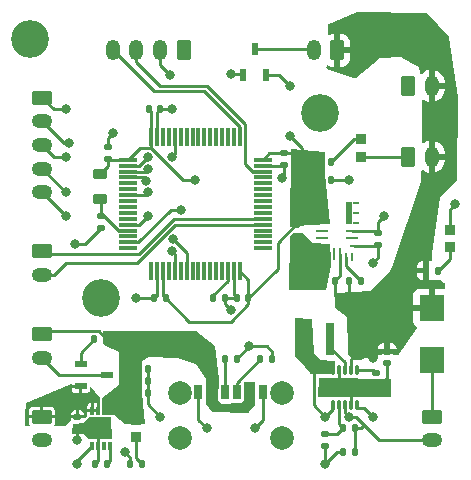
<source format=gbr>
%TF.GenerationSoftware,KiCad,Pcbnew,(7.0.0)*%
%TF.CreationDate,2023-09-18T04:22:57-04:00*%
%TF.ProjectId,Rangefinder,52616e67-6566-4696-9e64-65722e6b6963,rev?*%
%TF.SameCoordinates,Original*%
%TF.FileFunction,Copper,L1,Top*%
%TF.FilePolarity,Positive*%
%FSLAX46Y46*%
G04 Gerber Fmt 4.6, Leading zero omitted, Abs format (unit mm)*
G04 Created by KiCad (PCBNEW (7.0.0)) date 2023-09-18 04:22:57*
%MOMM*%
%LPD*%
G01*
G04 APERTURE LIST*
G04 Aperture macros list*
%AMRoundRect*
0 Rectangle with rounded corners*
0 $1 Rounding radius*
0 $2 $3 $4 $5 $6 $7 $8 $9 X,Y pos of 4 corners*
0 Add a 4 corners polygon primitive as box body*
4,1,4,$2,$3,$4,$5,$6,$7,$8,$9,$2,$3,0*
0 Add four circle primitives for the rounded corners*
1,1,$1+$1,$2,$3*
1,1,$1+$1,$4,$5*
1,1,$1+$1,$6,$7*
1,1,$1+$1,$8,$9*
0 Add four rect primitives between the rounded corners*
20,1,$1+$1,$2,$3,$4,$5,0*
20,1,$1+$1,$4,$5,$6,$7,0*
20,1,$1+$1,$6,$7,$8,$9,0*
20,1,$1+$1,$8,$9,$2,$3,0*%
G04 Aperture macros list end*
%TA.AperFunction,SMDPad,CuDef*%
%ADD10RoundRect,0.140000X-0.140000X-0.170000X0.140000X-0.170000X0.140000X0.170000X-0.140000X0.170000X0*%
%TD*%
%TA.AperFunction,SMDPad,CuDef*%
%ADD11R,0.600000X1.050000*%
%TD*%
%TA.AperFunction,SMDPad,CuDef*%
%ADD12RoundRect,0.135000X-0.135000X-0.185000X0.135000X-0.185000X0.135000X0.185000X-0.135000X0.185000X0*%
%TD*%
%TA.AperFunction,ComponentPad*%
%ADD13RoundRect,0.250000X0.350000X0.625000X-0.350000X0.625000X-0.350000X-0.625000X0.350000X-0.625000X0*%
%TD*%
%TA.AperFunction,ComponentPad*%
%ADD14O,1.200000X1.750000*%
%TD*%
%TA.AperFunction,SMDPad,CuDef*%
%ADD15RoundRect,0.135000X0.185000X-0.135000X0.185000X0.135000X-0.185000X0.135000X-0.185000X-0.135000X0*%
%TD*%
%TA.AperFunction,SMDPad,CuDef*%
%ADD16RoundRect,0.140000X0.170000X-0.140000X0.170000X0.140000X-0.170000X0.140000X-0.170000X-0.140000X0*%
%TD*%
%TA.AperFunction,SMDPad,CuDef*%
%ADD17R,0.300000X0.750000*%
%TD*%
%TA.AperFunction,SMDPad,CuDef*%
%ADD18R,1.750000X1.900000*%
%TD*%
%TA.AperFunction,SMDPad,CuDef*%
%ADD19RoundRect,0.140000X0.140000X0.170000X-0.140000X0.170000X-0.140000X-0.170000X0.140000X-0.170000X0*%
%TD*%
%TA.AperFunction,SMDPad,CuDef*%
%ADD20RoundRect,0.135000X0.135000X0.185000X-0.135000X0.185000X-0.135000X-0.185000X0.135000X-0.185000X0*%
%TD*%
%TA.AperFunction,SMDPad,CuDef*%
%ADD21R,2.150000X2.200000*%
%TD*%
%TA.AperFunction,SMDPad,CuDef*%
%ADD22RoundRect,0.140000X-0.170000X0.140000X-0.170000X-0.140000X0.170000X-0.140000X0.170000X0.140000X0*%
%TD*%
%TA.AperFunction,SMDPad,CuDef*%
%ADD23RoundRect,0.075000X-0.700000X-0.075000X0.700000X-0.075000X0.700000X0.075000X-0.700000X0.075000X0*%
%TD*%
%TA.AperFunction,SMDPad,CuDef*%
%ADD24RoundRect,0.075000X-0.075000X-0.700000X0.075000X-0.700000X0.075000X0.700000X-0.075000X0.700000X0*%
%TD*%
%TA.AperFunction,ComponentPad*%
%ADD25RoundRect,0.250000X-0.350000X-0.625000X0.350000X-0.625000X0.350000X0.625000X-0.350000X0.625000X0*%
%TD*%
%TA.AperFunction,ComponentPad*%
%ADD26RoundRect,0.250000X-0.625000X0.350000X-0.625000X-0.350000X0.625000X-0.350000X0.625000X0.350000X0*%
%TD*%
%TA.AperFunction,ComponentPad*%
%ADD27O,1.750000X1.200000*%
%TD*%
%TA.AperFunction,SMDPad,CuDef*%
%ADD28R,0.700000X1.200000*%
%TD*%
%TA.AperFunction,SMDPad,CuDef*%
%ADD29R,0.760000X1.200000*%
%TD*%
%TA.AperFunction,SMDPad,CuDef*%
%ADD30R,0.800000X1.200000*%
%TD*%
%TA.AperFunction,ComponentPad*%
%ADD31C,2.010000*%
%TD*%
%TA.AperFunction,SMDPad,CuDef*%
%ADD32R,1.050000X0.600000*%
%TD*%
%TA.AperFunction,SMDPad,CuDef*%
%ADD33R,0.950000X0.900000*%
%TD*%
%TA.AperFunction,SMDPad,CuDef*%
%ADD34R,0.800000X2.700000*%
%TD*%
%TA.AperFunction,SMDPad,CuDef*%
%ADD35R,0.280000X0.280000*%
%TD*%
%TA.AperFunction,SMDPad,CuDef*%
%ADD36O,0.280000X0.850000*%
%TD*%
%TA.AperFunction,ComponentPad*%
%ADD37C,0.600000*%
%TD*%
%TA.AperFunction,SMDPad,CuDef*%
%ADD38R,1.050000X0.680000*%
%TD*%
%TA.AperFunction,SMDPad,CuDef*%
%ADD39R,0.500000X0.260000*%
%TD*%
%TA.AperFunction,SMDPad,CuDef*%
%ADD40R,0.700000X0.280000*%
%TD*%
%TA.AperFunction,SMDPad,CuDef*%
%ADD41R,2.400000X1.650000*%
%TD*%
%TA.AperFunction,SMDPad,CuDef*%
%ADD42RoundRect,0.218750X-0.381250X0.218750X-0.381250X-0.218750X0.381250X-0.218750X0.381250X0.218750X0*%
%TD*%
%TA.AperFunction,SMDPad,CuDef*%
%ADD43RoundRect,0.135000X-0.185000X0.135000X-0.185000X-0.135000X0.185000X-0.135000X0.185000X0.135000X0*%
%TD*%
%TA.AperFunction,SMDPad,CuDef*%
%ADD44R,0.800000X0.250000*%
%TD*%
%TA.AperFunction,SMDPad,CuDef*%
%ADD45R,1.100000X0.250000*%
%TD*%
%TA.AperFunction,SMDPad,CuDef*%
%ADD46R,0.500000X0.250000*%
%TD*%
%TA.AperFunction,SMDPad,CuDef*%
%ADD47R,0.250000X0.700000*%
%TD*%
%TA.AperFunction,SMDPad,CuDef*%
%ADD48R,0.250000X1.100000*%
%TD*%
%TA.AperFunction,SMDPad,CuDef*%
%ADD49R,0.600000X1.950000*%
%TD*%
%TA.AperFunction,ViaPad*%
%ADD50C,0.800000*%
%TD*%
%TA.AperFunction,ViaPad*%
%ADD51C,3.200000*%
%TD*%
%TA.AperFunction,Conductor*%
%ADD52C,0.250000*%
%TD*%
G04 APERTURE END LIST*
D10*
%TO.P,C5,1*%
%TO.N,GND*%
X143520000Y-115000000D03*
%TO.P,C5,2*%
%TO.N,3.3V_Board*%
X144480000Y-115000000D03*
%TD*%
D11*
%TO.P,Q1,1*%
%TO.N,/Processor/PA1_LASER_SWITCH*%
X151049999Y-96099999D03*
%TO.P,Q1,2*%
%TO.N,GND*%
X152949999Y-96099999D03*
%TO.P,Q1,3*%
%TO.N,Net-(J5-Pin_2)*%
X151999999Y-93899999D03*
%TD*%
D12*
%TO.P,R1,1*%
%TO.N,Net-(J1-CC1)*%
X149463157Y-120153463D03*
%TO.P,R1,2*%
%TO.N,GND*%
X150483157Y-120153463D03*
%TD*%
D13*
%TO.P,J5,1,Pin_1*%
%TO.N,5V_Board*%
X159000000Y-94000000D03*
D14*
%TO.P,J5,2,Pin_2*%
%TO.N,Net-(J5-Pin_2)*%
X156999999Y-93999999D03*
%TD*%
D15*
%TO.P,R9,1*%
%TO.N,Net-(IC2-FB)*%
X162470505Y-110494308D03*
%TO.P,R9,2*%
%TO.N,GND*%
X162470505Y-109474308D03*
%TD*%
D16*
%TO.P,C2,1*%
%TO.N,3.3V_Board*%
X139595765Y-103170126D03*
%TO.P,C2,2*%
%TO.N,GND*%
X139595765Y-102210126D03*
%TD*%
%TO.P,C3,1*%
%TO.N,GND*%
X154508097Y-103685388D03*
%TO.P,C3,2*%
%TO.N,3.3V_Board*%
X154508097Y-102725388D03*
%TD*%
D17*
%TO.P,IC1,1,VDD_1*%
%TO.N,5V_USB*%
X139749999Y-124499999D03*
%TO.P,IC1,2,VDD_2*%
X139249999Y-124499999D03*
%TO.P,IC1,3,VBAT_1*%
%TO.N,Net-(IC1-VBAT_1)*%
X138749999Y-124499999D03*
%TO.P,IC1,4,VBAT_2*%
X138249999Y-124499999D03*
%TO.P,IC1,5,STAT*%
%TO.N,Net-(IC1-STAT)*%
X138249999Y-127499999D03*
%TO.P,IC1,6,VSS*%
%TO.N,GND*%
X138749999Y-127499999D03*
%TO.P,IC1,7,NC*%
%TO.N,unconnected-(IC1-NC-Pad7)*%
X139249999Y-127499999D03*
%TO.P,IC1,8,PROG*%
%TO.N,Net-(IC1-PROG)*%
X139749999Y-127499999D03*
D18*
%TO.P,IC1,9,EP*%
%TO.N,GND*%
X138999999Y-125999999D03*
%TD*%
D19*
%TO.P,C9,1*%
%TO.N,GND*%
X142960000Y-123000000D03*
%TO.P,C9,2*%
%TO.N,5V_USB*%
X142000000Y-123000000D03*
%TD*%
D12*
%TO.P,R2,1*%
%TO.N,Net-(J1-CC2)*%
X152490000Y-120146374D03*
%TO.P,R2,2*%
%TO.N,GND*%
X153510000Y-120146374D03*
%TD*%
D20*
%TO.P,R11,1*%
%TO.N,Net-(IC2-EN)*%
X160979636Y-113478667D03*
%TO.P,R11,2*%
%TO.N,5V_Board*%
X159959636Y-113478667D03*
%TD*%
D19*
%TO.P,C10,1*%
%TO.N,Net-(J9-Pin_2)*%
X160490000Y-128000000D03*
%TO.P,C10,2*%
%TO.N,GND*%
X159530000Y-128000000D03*
%TD*%
D21*
%TO.P,D3,1*%
%TO.N,5V_Board*%
X166999999Y-115799999D03*
%TO.P,D3,2*%
%TO.N,Net-(J9-Pin_1)*%
X166999999Y-120199999D03*
%TD*%
D19*
%TO.P,C8,1*%
%TO.N,GND*%
X142960000Y-122000000D03*
%TO.P,C8,2*%
%TO.N,5V_USB*%
X142000000Y-122000000D03*
%TD*%
D22*
%TO.P,C12,1*%
%TO.N,5V_Board*%
X163250000Y-119500000D03*
%TO.P,C12,2*%
%TO.N,GND*%
X163250000Y-120460000D03*
%TD*%
D23*
%TO.P,STM32F411,1,VBAT*%
%TO.N,3.3V_Board*%
X141325000Y-103250000D03*
%TO.P,STM32F411,2,PC13*%
%TO.N,/Processor/SPI_CS*%
X141325000Y-103750000D03*
%TO.P,STM32F411,3,PC14*%
%TO.N,/Processor/SPI_RST*%
X141325000Y-104250000D03*
%TO.P,STM32F411,4,PC15*%
%TO.N,/Processor/OLED_DC*%
X141325000Y-104750000D03*
%TO.P,STM32F411,5,PH0*%
%TO.N,unconnected-(STM32F411-PH0-Pad5)*%
X141325000Y-105250000D03*
%TO.P,STM32F411,6,PH1*%
%TO.N,unconnected-(STM32F411-PH1-Pad6)*%
X141325000Y-105750000D03*
%TO.P,STM32F411,7,NRST*%
%TO.N,/Processor/NRST*%
X141325000Y-106250000D03*
%TO.P,STM32F411,8,PC0*%
%TO.N,unconnected-(STM32F411-PC0-Pad8)*%
X141325000Y-106750000D03*
%TO.P,STM32F411,9,PC1*%
%TO.N,unconnected-(STM32F411-PC1-Pad9)*%
X141325000Y-107250000D03*
%TO.P,STM32F411,10,PC2*%
%TO.N,unconnected-(STM32F411-PC2-Pad10)*%
X141325000Y-107750000D03*
%TO.P,STM32F411,11,PC3*%
%TO.N,unconnected-(STM32F411-PC3-Pad11)*%
X141325000Y-108250000D03*
%TO.P,STM32F411,12,VSSA*%
%TO.N,GND*%
X141325000Y-108750000D03*
%TO.P,STM32F411,13,VDDA*%
%TO.N,Net-(STM32F411-VDDA)*%
X141325000Y-109250000D03*
%TO.P,STM32F411,14,PA0*%
%TO.N,unconnected-(STM32F411-PA0-Pad14)*%
X141325000Y-109750000D03*
%TO.P,STM32F411,15,PA1*%
%TO.N,/Processor/PA1_LASER_SWITCH*%
X141325000Y-110250000D03*
%TO.P,STM32F411,16,PA2*%
%TO.N,unconnected-(STM32F411-PA2-Pad16)*%
X141325000Y-110750000D03*
D24*
%TO.P,STM32F411,17,PA3*%
%TO.N,unconnected-(STM32F411-PA3-Pad17)*%
X143250000Y-112675000D03*
%TO.P,STM32F411,18,VSS*%
%TO.N,GND*%
X143750000Y-112675000D03*
%TO.P,STM32F411,19,VDD*%
%TO.N,3.3V_Board*%
X144250000Y-112675000D03*
%TO.P,STM32F411,20,PA4*%
%TO.N,unconnected-(STM32F411-PA4-Pad20)*%
X144750000Y-112675000D03*
%TO.P,STM32F411,21,PA5*%
%TO.N,/Processor/PA5_SPI1_SCK*%
X145250000Y-112675000D03*
%TO.P,STM32F411,22,PA6*%
%TO.N,unconnected-(STM32F411-PA6-Pad22)*%
X145750000Y-112675000D03*
%TO.P,STM32F411,23,PA7*%
%TO.N,/Processor/PA7_SPI1_MOSI*%
X146250000Y-112675000D03*
%TO.P,STM32F411,24,PC4*%
%TO.N,unconnected-(STM32F411-PC4-Pad24)*%
X146750000Y-112675000D03*
%TO.P,STM32F411,25,PC5*%
%TO.N,unconnected-(STM32F411-PC5-Pad25)*%
X147250000Y-112675000D03*
%TO.P,STM32F411,26,PB0*%
%TO.N,unconnected-(STM32F411-PB0-Pad26)*%
X147750000Y-112675000D03*
%TO.P,STM32F411,27,PB1*%
%TO.N,unconnected-(STM32F411-PB1-Pad27)*%
X148250000Y-112675000D03*
%TO.P,STM32F411,28,PB2*%
%TO.N,unconnected-(STM32F411-PB2-Pad28)*%
X148750000Y-112675000D03*
%TO.P,STM32F411,29,PB10*%
%TO.N,unconnected-(STM32F411-PB10-Pad29)*%
X149250000Y-112675000D03*
%TO.P,STM32F411,30,VCAP1*%
%TO.N,Net-(STM32F411-VCAP1)*%
X149750000Y-112675000D03*
%TO.P,STM32F411,31,VSS*%
%TO.N,GND*%
X150250000Y-112675000D03*
%TO.P,STM32F411,32,VDD*%
%TO.N,3.3V_Board*%
X150750000Y-112675000D03*
D23*
%TO.P,STM32F411,33,PB12*%
%TO.N,unconnected-(STM32F411-PB12-Pad33)*%
X152675000Y-110750000D03*
%TO.P,STM32F411,34,PB13*%
%TO.N,unconnected-(STM32F411-PB13-Pad34)*%
X152675000Y-110250000D03*
%TO.P,STM32F411,35,PB14*%
%TO.N,unconnected-(STM32F411-PB14-Pad35)*%
X152675000Y-109750000D03*
%TO.P,STM32F411,36,PB15*%
%TO.N,unconnected-(STM32F411-PB15-Pad36)*%
X152675000Y-109250000D03*
%TO.P,STM32F411,37,PC6*%
%TO.N,/Processor/PC6_USART6_TX*%
X152675000Y-108750000D03*
%TO.P,STM32F411,38,PC7*%
%TO.N,/Processor/PC7_USART6_RX*%
X152675000Y-108250000D03*
%TO.P,STM32F411,39,PC8*%
%TO.N,unconnected-(STM32F411-PC8-Pad39)*%
X152675000Y-107750000D03*
%TO.P,STM32F411,40,PC9*%
%TO.N,unconnected-(STM32F411-PC9-Pad40)*%
X152675000Y-107250000D03*
%TO.P,STM32F411,41,PA8*%
%TO.N,unconnected-(STM32F411-PA8-Pad41)*%
X152675000Y-106750000D03*
%TO.P,STM32F411,42,PA9*%
%TO.N,unconnected-(STM32F411-PA9-Pad42)*%
X152675000Y-106250000D03*
%TO.P,STM32F411,43,PA10*%
%TO.N,unconnected-(STM32F411-PA10-Pad43)*%
X152675000Y-105750000D03*
%TO.P,STM32F411,44,PA11*%
%TO.N,unconnected-(STM32F411-PA11-Pad44)*%
X152675000Y-105250000D03*
%TO.P,STM32F411,45,PA12*%
%TO.N,unconnected-(STM32F411-PA12-Pad45)*%
X152675000Y-104750000D03*
%TO.P,STM32F411,46,PA13*%
%TO.N,/Processor/SWDIO*%
X152675000Y-104250000D03*
%TO.P,STM32F411,47,VSS*%
%TO.N,GND*%
X152675000Y-103750000D03*
%TO.P,STM32F411,48,VDD*%
%TO.N,3.3V_Board*%
X152675000Y-103250000D03*
D24*
%TO.P,STM32F411,49,PA14*%
%TO.N,/Processor/SWCLK*%
X150750000Y-101325000D03*
%TO.P,STM32F411,50,PA15*%
%TO.N,unconnected-(STM32F411-PA15-Pad50)*%
X150250000Y-101325000D03*
%TO.P,STM32F411,51,PC10*%
%TO.N,unconnected-(STM32F411-PC10-Pad51)*%
X149750000Y-101325000D03*
%TO.P,STM32F411,52,PC11*%
%TO.N,unconnected-(STM32F411-PC11-Pad52)*%
X149250000Y-101325000D03*
%TO.P,STM32F411,53,PC12*%
%TO.N,unconnected-(STM32F411-PC12-Pad53)*%
X148750000Y-101325000D03*
%TO.P,STM32F411,54,PD2*%
%TO.N,unconnected-(STM32F411-PD2-Pad54)*%
X148250000Y-101325000D03*
%TO.P,STM32F411,55,PB3*%
%TO.N,unconnected-(STM32F411-PB3-Pad55)*%
X147750000Y-101325000D03*
%TO.P,STM32F411,56,PB4*%
%TO.N,unconnected-(STM32F411-PB4-Pad56)*%
X147250000Y-101325000D03*
%TO.P,STM32F411,57,PB5*%
%TO.N,unconnected-(STM32F411-PB5-Pad57)*%
X146750000Y-101325000D03*
%TO.P,STM32F411,58,PB6*%
%TO.N,unconnected-(STM32F411-PB6-Pad58)*%
X146250000Y-101325000D03*
%TO.P,STM32F411,59,PB7*%
%TO.N,unconnected-(STM32F411-PB7-Pad59)*%
X145750000Y-101325000D03*
%TO.P,STM32F411,60,BOOT0*%
%TO.N,GND*%
X145250000Y-101325000D03*
%TO.P,STM32F411,61,PB8*%
%TO.N,unconnected-(STM32F411-PB8-Pad61)*%
X144750000Y-101325000D03*
%TO.P,STM32F411,62,PB9*%
%TO.N,unconnected-(STM32F411-PB9-Pad62)*%
X144250000Y-101325000D03*
%TO.P,STM32F411,63,VSS*%
%TO.N,GND*%
X143750000Y-101325000D03*
%TO.P,STM32F411,64,VDD*%
%TO.N,3.3V_Board*%
X143250000Y-101325000D03*
%TD*%
D20*
%TO.P,R8,1*%
%TO.N,5V_USB*%
X139443993Y-118438713D03*
%TO.P,R8,2*%
%TO.N,Net-(Q2-Pad1)*%
X138423993Y-118438713D03*
%TD*%
%TO.P,R13,1*%
%TO.N,Net-(LED3-Pad2)*%
X167510000Y-112632571D03*
%TO.P,R13,2*%
%TO.N,5V_Board*%
X166490000Y-112632571D03*
%TD*%
D19*
%TO.P,C14,1*%
%TO.N,5V_Board*%
X158798281Y-113486453D03*
%TO.P,C14,2*%
%TO.N,GND*%
X157838281Y-113486453D03*
%TD*%
D13*
%TO.P,J6,1,Pin_1*%
%TO.N,GND*%
X146000000Y-94000000D03*
D14*
%TO.P,J6,2,Pin_2*%
%TO.N,/Processor/NRST*%
X143999999Y-93999999D03*
%TO.P,J6,3,Pin_3*%
%TO.N,/Processor/SWDIO*%
X141999999Y-93999999D03*
%TO.P,J6,4,Pin_4*%
%TO.N,/Processor/SWCLK*%
X139999999Y-93999999D03*
%TD*%
D16*
%TO.P,C13,1*%
%TO.N,GND*%
X155470107Y-109774687D03*
%TO.P,C13,2*%
%TO.N,3.3V_Board*%
X155470107Y-108814687D03*
%TD*%
D25*
%TO.P,J10,1,Pin_1*%
%TO.N,GND*%
X165000000Y-103000000D03*
D14*
%TO.P,J10,2,Pin_2*%
%TO.N,5V_Board*%
X166999999Y-102999999D03*
%TD*%
D10*
%TO.P,C6,1*%
%TO.N,GND*%
X150520000Y-115000000D03*
%TO.P,C6,2*%
%TO.N,3.3V_Board*%
X151480000Y-115000000D03*
%TD*%
D12*
%TO.P,R5,1*%
%TO.N,5V_USB*%
X142000000Y-121000000D03*
%TO.P,R5,2*%
%TO.N,GND*%
X143020000Y-121000000D03*
%TD*%
D26*
%TO.P,J8,1,Pin_1*%
%TO.N,5V_USB*%
X134000000Y-118000000D03*
D27*
%TO.P,J8,2,Pin_2*%
%TO.N,Net-(J8-Pin_2)*%
X133999999Y-119999999D03*
%TD*%
D16*
%TO.P,C7,1*%
%TO.N,GND*%
X137000000Y-125960000D03*
%TO.P,C7,2*%
%TO.N,Net-(IC1-VBAT_1)*%
X137000000Y-125000000D03*
%TD*%
D20*
%TO.P,R10,1*%
%TO.N,Net-(IC2-FB)*%
X158510000Y-105000000D03*
%TO.P,R10,2*%
%TO.N,3.3V_Board*%
X157490000Y-105000000D03*
%TD*%
D22*
%TO.P,C11,1*%
%TO.N,Net-(U2-VAUX)*%
X162293743Y-121330328D03*
%TO.P,C11,2*%
%TO.N,GND*%
X162293743Y-122290328D03*
%TD*%
D20*
%TO.P,R4,1*%
%TO.N,Net-(LED1-Pad1)*%
X142510000Y-129000000D03*
%TO.P,R4,2*%
%TO.N,Net-(IC1-STAT)*%
X141490000Y-129000000D03*
%TD*%
D25*
%TO.P,J4,1,Pin_1*%
%TO.N,GND*%
X165000000Y-97000000D03*
D14*
%TO.P,J4,2,Pin_2*%
%TO.N,5V_Board*%
X166999999Y-96999999D03*
%TD*%
D28*
%TO.P,J1,A5,CC1*%
%TO.N,Net-(J1-CC1)*%
X149499999Y-122919999D03*
D29*
%TO.P,J1,A9,VBUS_1*%
%TO.N,5V_USB*%
X151519999Y-122919999D03*
D30*
%TO.P,J1,A12,GND_1*%
%TO.N,GND*%
X152749999Y-122919999D03*
D28*
%TO.P,J1,B5,CC2*%
%TO.N,Net-(J1-CC2)*%
X150499999Y-122919999D03*
D29*
%TO.P,J1,B9,VBUS_2*%
%TO.N,5V_USB*%
X148479999Y-122919999D03*
D30*
%TO.P,J1,B12,GND_2*%
%TO.N,GND*%
X147249999Y-122919999D03*
D31*
%TO.P,J1,MH1,MH1*%
%TO.N,unconnected-(J1-PadMH1)*%
X145680000Y-123000000D03*
%TO.P,J1,MH2,MH2*%
%TO.N,unconnected-(J1-PadMH2)*%
X145680000Y-126800000D03*
%TO.P,J1,MH3,MH3*%
%TO.N,unconnected-(J1-PadMH3)*%
X154320000Y-126800000D03*
%TO.P,J1,MH4,MH4*%
%TO.N,unconnected-(J1-PadMH4)*%
X154320000Y-123000000D03*
%TD*%
D26*
%TO.P,J9,1,Pin_1*%
%TO.N,Net-(J9-Pin_1)*%
X167000000Y-125000000D03*
D27*
%TO.P,J9,2,Pin_2*%
%TO.N,Net-(J9-Pin_2)*%
X166999999Y-126999999D03*
%TD*%
D32*
%TO.P,Q2,1*%
%TO.N,Net-(Q2-Pad1)*%
X137287045Y-120515439D03*
%TO.P,Q2,2*%
%TO.N,Net-(IC1-VBAT_1)*%
X137287045Y-122415439D03*
%TO.P,Q2,3*%
%TO.N,Net-(J8-Pin_2)*%
X139487045Y-121465439D03*
%TD*%
D33*
%TO.P,LED2,1*%
%TO.N,GND*%
X160999999Y-102999999D03*
%TO.P,LED2,2*%
%TO.N,Net-(LED2-Pad2)*%
X160999999Y-101499999D03*
%TD*%
D19*
%TO.P,C4,1*%
%TO.N,GND*%
X144000000Y-99000000D03*
%TO.P,C4,2*%
%TO.N,3.3V_Board*%
X143040000Y-99000000D03*
%TD*%
D26*
%TO.P,J11,1,Pin_1*%
%TO.N,/Processor/PC7_USART6_RX*%
X134000000Y-111000000D03*
D27*
%TO.P,J11,2,Pin_2*%
%TO.N,/Processor/PC6_USART6_TX*%
X133999999Y-112999999D03*
%TD*%
D20*
%TO.P,R3,1*%
%TO.N,Net-(IC1-PROG)*%
X139527612Y-128982987D03*
%TO.P,R3,2*%
%TO.N,GND*%
X138507612Y-128982987D03*
%TD*%
D34*
%TO.P,L3,1*%
%TO.N,Net-(J9-Pin_2)*%
X156229984Y-118395034D03*
%TO.P,L3,2*%
%TO.N,Net-(U2-L)*%
X158429984Y-118395034D03*
%TD*%
D20*
%TO.P,R12,1*%
%TO.N,Net-(LED2-Pad2)*%
X158510000Y-103414193D03*
%TO.P,R12,2*%
%TO.N,3.3V_Board*%
X157490000Y-103414193D03*
%TD*%
D16*
%TO.P,C1,1*%
%TO.N,GND*%
X139000000Y-109000000D03*
%TO.P,C1,2*%
%TO.N,Net-(STM32F411-VDDA)*%
X139000000Y-108040000D03*
%TD*%
D35*
%TO.P,U2,1,VAUX*%
%TO.N,Net-(U2-VAUX)*%
X160634999Y-120789999D03*
D36*
X160634999Y-121074999D03*
D35*
%TO.P,U2,2,VOUT*%
%TO.N,5V_Board*%
X160134999Y-120789999D03*
D36*
X160134999Y-121074999D03*
D35*
%TO.P,U2,3,L*%
%TO.N,Net-(U2-L)*%
X159634999Y-120789999D03*
D36*
X159634999Y-121074999D03*
D35*
%TO.P,U2,4,PGND*%
%TO.N,GND*%
X159134999Y-120789999D03*
D36*
X159134999Y-121074999D03*
D35*
%TO.P,U2,5,VIN*%
%TO.N,Net-(J9-Pin_2)*%
X158634999Y-120789999D03*
D36*
X158634999Y-121074999D03*
%TO.P,U2,6,EN*%
X158634999Y-124024999D03*
D35*
X158634999Y-124309999D03*
D36*
%TO.P,U2,7,UVLO*%
%TO.N,Net-(U2-UVLO)*%
X159134999Y-124024999D03*
D35*
X159134999Y-124309999D03*
D36*
%TO.P,U2,8,PS*%
%TO.N,Net-(J9-Pin_2)*%
X159634999Y-124024999D03*
D35*
X159634999Y-124309999D03*
D36*
%TO.P,U2,9,GND*%
%TO.N,GND*%
X160134999Y-124024999D03*
D35*
X160134999Y-124309999D03*
D36*
%TO.P,U2,10,FB*%
%TO.N,5V_Board*%
X160634999Y-124024999D03*
D35*
X160634999Y-124309999D03*
D37*
%TO.P,U2,11,PAD*%
%TO.N,GND*%
X160385000Y-122050000D03*
X158885000Y-122050000D03*
D38*
X160269999Y-122099999D03*
X158999999Y-122099999D03*
D39*
X161264999Y-122299999D03*
D40*
X161184999Y-122299999D03*
X158084999Y-122299999D03*
D39*
X158004999Y-122299999D03*
D37*
X159635000Y-122550000D03*
D41*
X159634999Y-122549999D03*
D39*
X161264999Y-122799999D03*
D40*
X161184999Y-122799999D03*
X158084999Y-122799999D03*
D39*
X158004999Y-122799999D03*
D38*
X160269999Y-122999999D03*
X158999999Y-122999999D03*
D37*
X160385000Y-123050000D03*
X158885000Y-123050000D03*
%TD*%
D33*
%TO.P,LED3,1*%
%TO.N,GND*%
X168526961Y-109170502D03*
%TO.P,LED3,2*%
%TO.N,Net-(LED3-Pad2)*%
X168526961Y-110670502D03*
%TD*%
D42*
%TO.P,L1,1,1*%
%TO.N,3.3V_Board*%
X138931486Y-104444504D03*
%TO.P,L1,2,2*%
%TO.N,Net-(STM32F411-VDDA)*%
X138931486Y-106569504D03*
%TD*%
D33*
%TO.P,LED1,1*%
%TO.N,Net-(LED1-Pad1)*%
X141999999Y-126749999D03*
%TO.P,LED1,2*%
%TO.N,5V_USB*%
X141999999Y-125249999D03*
%TD*%
D10*
%TO.P,C15,1*%
%TO.N,Net-(STM32F411-VCAP1)*%
X148520000Y-115000000D03*
%TO.P,C15,2*%
%TO.N,GND*%
X149480000Y-115000000D03*
%TD*%
D43*
%TO.P,R7,1*%
%TO.N,Net-(U2-UVLO)*%
X158000000Y-126490000D03*
%TO.P,R7,2*%
%TO.N,GND*%
X158000000Y-127510000D03*
%TD*%
D26*
%TO.P,J3,1,Pin_1*%
%TO.N,/Processor/SPI_CS*%
X134000000Y-98000000D03*
D27*
%TO.P,J3,2,Pin_2*%
%TO.N,/Processor/SPI_RST*%
X133999999Y-99999999D03*
%TO.P,J3,3,Pin_3*%
%TO.N,/Processor/OLED_DC*%
X133999999Y-101999999D03*
%TO.P,J3,4,Pin_4*%
%TO.N,/Processor/PA7_SPI1_MOSI*%
X133999999Y-103999999D03*
%TO.P,J3,5,Pin_5*%
%TO.N,/Processor/PA5_SPI1_SCK*%
X133999999Y-105999999D03*
%TD*%
D44*
%TO.P,IC2,1,FB*%
%TO.N,Net-(IC2-FB)*%
X160399999Y-110549999D03*
D45*
%TO.P,IC2,2,VCC*%
%TO.N,unconnected-(IC2-VCC-Pad2)*%
X160249999Y-109899999D03*
%TO.P,IC2,3,AGND*%
%TO.N,GND*%
X160249999Y-109249999D03*
D46*
%TO.P,IC2,4,SW_1*%
%TO.N,unconnected-(IC2-SW_1-Pad4)*%
X160549999Y-108599999D03*
%TO.P,IC2,5,SW_2*%
%TO.N,unconnected-(IC2-SW_2-Pad5)*%
X160549999Y-107749999D03*
%TO.P,IC2,6,SW_3*%
%TO.N,unconnected-(IC2-SW_3-Pad6)*%
X160549999Y-106899999D03*
%TO.P,IC2,7,OUT_1*%
%TO.N,3.3V_Board*%
X157449999Y-106899999D03*
%TO.P,IC2,8,OUT_2*%
X157449999Y-107749999D03*
%TO.P,IC2,9,OUT_3*%
X157449999Y-108599999D03*
D45*
%TO.P,IC2,10,NC_1*%
%TO.N,unconnected-(IC2-NC_1-Pad10)*%
X157749999Y-109249999D03*
%TO.P,IC2,11,BST*%
%TO.N,unconnected-(IC2-BST-Pad11)*%
X157749999Y-109899999D03*
D44*
%TO.P,IC2,12,PGND_1*%
%TO.N,GND*%
X157599999Y-110549999D03*
D47*
%TO.P,IC2,13,PGND_2*%
X157749999Y-111449999D03*
%TO.P,IC2,14,PGND_3*%
X158249999Y-111449999D03*
D48*
%TO.P,IC2,15,NC_2*%
%TO.N,unconnected-(IC2-NC_2-Pad15)*%
X158749999Y-111249999D03*
%TO.P,IC2,16,IN*%
%TO.N,5V_Board*%
X159249999Y-111249999D03*
D47*
%TO.P,IC2,17,EN*%
%TO.N,Net-(IC2-EN)*%
X159749999Y-111449999D03*
%TO.P,IC2,18,PG*%
%TO.N,unconnected-(IC2-PG-Pad18)*%
X160249999Y-111449999D03*
D49*
%TO.P,IC2,21,SW_4*%
%TO.N,unconnected-(IC2-SW_4-Pad21)*%
X159999999Y-107749999D03*
%TO.P,IC2,22,OUT_4*%
%TO.N,3.3V_Board*%
X157999999Y-107749999D03*
%TD*%
D26*
%TO.P,J7,1,Pin_1*%
%TO.N,Net-(IC1-VBAT_1)*%
X134000000Y-125000000D03*
D27*
%TO.P,J7,2,Pin_2*%
%TO.N,GND*%
X133999999Y-126999999D03*
%TD*%
D20*
%TO.P,R6,1*%
%TO.N,Net-(J9-Pin_2)*%
X160510000Y-126000000D03*
%TO.P,R6,2*%
%TO.N,Net-(U2-UVLO)*%
X159490000Y-126000000D03*
%TD*%
D50*
%TO.N,GND*%
X136785207Y-110391731D03*
D51*
X157542770Y-99304819D03*
X139000000Y-115000000D03*
X133000000Y-93000000D03*
D50*
X151535701Y-119055895D03*
X148000000Y-126000000D03*
X143000000Y-108000000D03*
X144000000Y-125000000D03*
X155635352Y-113425422D03*
X140000000Y-101000000D03*
X163000000Y-108000000D03*
X169000000Y-107000000D03*
X155000000Y-97000000D03*
X137000000Y-127000000D03*
X152000000Y-126000000D03*
X145000000Y-103000000D03*
X154353523Y-104804765D03*
X142000000Y-115000000D03*
X145000000Y-99000000D03*
X158000000Y-129000000D03*
X155574577Y-111845282D03*
X150000000Y-116000000D03*
%TO.N,3.3V_Board*%
X147000000Y-105000000D03*
X154981168Y-101220027D03*
%TO.N,Net-(J9-Pin_2)*%
X159992960Y-125049498D03*
X158000000Y-125000000D03*
%TO.N,5V_Board*%
X162000000Y-125000000D03*
X162000000Y-120000000D03*
%TO.N,Net-(IC1-STAT)*%
X141000000Y-128000000D03*
X137000000Y-129000000D03*
%TO.N,Net-(IC2-FB)*%
X160000000Y-105000000D03*
X162000000Y-112000000D03*
%TO.N,/Processor/OLED_DC*%
X142850846Y-105011689D03*
X136000000Y-103000000D03*
%TO.N,/Processor/SPI_RST*%
X136282105Y-101858839D03*
X143000000Y-104000000D03*
%TO.N,/Processor/SPI_CS*%
X142951761Y-103001664D03*
X136000000Y-99000000D03*
%TO.N,/Processor/PA5_SPI1_SCK*%
X136000000Y-108000000D03*
X145000000Y-111000000D03*
%TO.N,/Processor/PA7_SPI1_MOSI*%
X136000000Y-106000000D03*
X145073476Y-110003204D03*
%TO.N,/Processor/NRST*%
X143000000Y-106000000D03*
X144851322Y-96114836D03*
%TO.N,/Processor/PA1_LASER_SWITCH*%
X150000000Y-96000000D03*
X145808296Y-107525500D03*
%TD*%
D52*
%TO.N,3.3V_Board*%
X149989950Y-117000000D02*
X146480000Y-117000000D01*
X146480000Y-117000000D02*
X144480000Y-115000000D01*
X151480000Y-115000000D02*
X151480000Y-115509950D01*
X151480000Y-115509950D02*
X149989950Y-117000000D01*
%TO.N,GND*%
X137608269Y-110391731D02*
X136785207Y-110391731D01*
X139000000Y-109000000D02*
X137608269Y-110391731D01*
X153510000Y-119510000D02*
X153055895Y-119055895D01*
X153055895Y-119055895D02*
X151535701Y-119055895D01*
X153510000Y-120146374D02*
X153510000Y-119510000D01*
X150483157Y-120108439D02*
X151535701Y-119055895D01*
X150483157Y-120153463D02*
X150483157Y-120108439D01*
%TO.N,Net-(J1-CC2)*%
X150500000Y-122136374D02*
X152490000Y-120146374D01*
X150500000Y-122920000D02*
X150500000Y-122136374D01*
%TO.N,GND*%
X150250000Y-114730000D02*
X150520000Y-115000000D01*
X162470505Y-109474308D02*
X162470505Y-108529495D01*
X159000000Y-128000000D02*
X158000000Y-129000000D01*
X143750000Y-101325000D02*
X143750000Y-99250000D01*
X159135000Y-121965000D02*
X159000000Y-122100000D01*
X142960000Y-123960000D02*
X144000000Y-125000000D01*
X138750000Y-127500000D02*
X138750000Y-126250000D01*
X142250000Y-108750000D02*
X143000000Y-108000000D01*
X160135000Y-124025000D02*
X160135000Y-123135000D01*
X162470505Y-108529495D02*
X163000000Y-108000000D01*
X154100000Y-96100000D02*
X155000000Y-97000000D01*
X162246197Y-109250000D02*
X162470505Y-109474308D01*
X149480000Y-115000000D02*
X150520000Y-115000000D01*
X139595765Y-101404235D02*
X140000000Y-101000000D01*
X154443485Y-103750000D02*
X154508097Y-103685388D01*
X143750000Y-114770000D02*
X143520000Y-115000000D01*
X141325000Y-108750000D02*
X142250000Y-108750000D01*
X152750000Y-125250000D02*
X152000000Y-126000000D01*
X143520000Y-115000000D02*
X142000000Y-115000000D01*
X143020000Y-121000000D02*
X143020000Y-121940000D01*
X154508097Y-103685388D02*
X154508097Y-104650191D01*
X152675000Y-103750000D02*
X154443485Y-103750000D01*
X160135000Y-123135000D02*
X160000000Y-123000000D01*
X144000000Y-99000000D02*
X145000000Y-99000000D01*
X168526962Y-107473038D02*
X168526962Y-109170503D01*
X143750000Y-99250000D02*
X144000000Y-99000000D01*
X142960000Y-123000000D02*
X142960000Y-123960000D01*
X152750000Y-122920000D02*
X152750000Y-125250000D01*
X159530000Y-128000000D02*
X159000000Y-128000000D01*
X145250000Y-102750000D02*
X145000000Y-103000000D01*
X163250000Y-120460000D02*
X163250000Y-121750000D01*
X138750000Y-126250000D02*
X139000000Y-126000000D01*
X137000000Y-125960000D02*
X137000000Y-127000000D01*
X143750000Y-112675000D02*
X143750000Y-114770000D01*
X147250000Y-125250000D02*
X148000000Y-126000000D01*
X169000000Y-107000000D02*
X168526962Y-107473038D01*
X160250000Y-109250000D02*
X162246197Y-109250000D01*
X139595765Y-102210126D02*
X139595765Y-101404235D01*
X138750000Y-127500000D02*
X138750000Y-128740599D01*
X149480000Y-115000000D02*
X149480000Y-115480000D01*
X161000000Y-103000000D02*
X165000000Y-103000000D01*
X163250000Y-121750000D02*
X163000000Y-122000000D01*
X150250000Y-112675000D02*
X150250000Y-114730000D01*
X149480000Y-115480000D02*
X150000000Y-116000000D01*
X159135000Y-121075000D02*
X159135000Y-121965000D01*
X142960000Y-122000000D02*
X142960000Y-123000000D01*
X158000000Y-127510000D02*
X158000000Y-129000000D01*
X145250000Y-101325000D02*
X145250000Y-102750000D01*
X138750000Y-128740599D02*
X138507612Y-128982987D01*
X154508097Y-104650191D02*
X154353523Y-104804765D01*
X147250000Y-122920000D02*
X147250000Y-125250000D01*
X152950000Y-96100000D02*
X154100000Y-96100000D01*
X143020000Y-121940000D02*
X142960000Y-122000000D01*
%TO.N,3.3V_Board*%
X144250000Y-114770000D02*
X144480000Y-115000000D01*
X143250000Y-102275305D02*
X143250000Y-101325000D01*
X150750000Y-112675000D02*
X151480000Y-113405000D01*
X147000000Y-105000000D02*
X145974695Y-105000000D01*
X154000000Y-110277185D02*
X154000000Y-112480000D01*
X139595765Y-103170126D02*
X139595765Y-103780225D01*
X139675639Y-103250000D02*
X139595765Y-103170126D01*
X154000000Y-112480000D02*
X151480000Y-115000000D01*
X155725388Y-102725388D02*
X156000000Y-103000000D01*
X142299695Y-102275305D02*
X143250000Y-102275305D01*
X139595765Y-103780225D02*
X138931486Y-104444504D01*
X143250000Y-99210000D02*
X143040000Y-99000000D01*
X143250000Y-101325000D02*
X143250000Y-99210000D01*
X153199612Y-102725388D02*
X154508097Y-102725388D01*
X156000000Y-102238859D02*
X154981168Y-101220027D01*
X156000000Y-103000000D02*
X156000000Y-102238859D01*
X141325000Y-103250000D02*
X139675639Y-103250000D01*
X154508097Y-102725388D02*
X155725388Y-102725388D01*
X141325000Y-103250000D02*
X142299695Y-102275305D01*
X145974695Y-105000000D02*
X143250000Y-102275305D01*
X155462498Y-108814687D02*
X154000000Y-110277185D01*
X155470107Y-108814687D02*
X155462498Y-108814687D01*
X144250000Y-112675000D02*
X144250000Y-114770000D01*
X152675000Y-103250000D02*
X153199612Y-102725388D01*
X151480000Y-113405000D02*
X151480000Y-115000000D01*
%TO.N,5V_USB*%
X134000000Y-118000000D02*
X134206287Y-117793713D01*
X134206287Y-117793713D02*
X138798993Y-117793713D01*
X138798993Y-117793713D02*
X139443993Y-118438713D01*
%TO.N,Net-(J9-Pin_2)*%
X160490000Y-126020000D02*
X160510000Y-126000000D01*
X160559498Y-125049498D02*
X161255000Y-125745000D01*
X160490000Y-128000000D02*
X160490000Y-126020000D01*
X161000000Y-126000000D02*
X161255000Y-125745000D01*
X160510000Y-126000000D02*
X161000000Y-126000000D01*
X159992960Y-125049498D02*
X160559498Y-125049498D01*
X159635000Y-124310000D02*
X159635000Y-124691538D01*
X167000000Y-127000000D02*
X162510000Y-127000000D01*
X158635000Y-124310000D02*
X158635000Y-124365000D01*
X158000000Y-125000000D02*
X157000000Y-124000000D01*
X158635000Y-124365000D02*
X158000000Y-125000000D01*
X159635000Y-124691538D02*
X159992960Y-125049498D01*
X161255000Y-125745000D02*
X162510000Y-127000000D01*
X157000000Y-124000000D02*
X157000000Y-121000000D01*
%TO.N,Net-(U2-VAUX)*%
X160635000Y-121075000D02*
X162038415Y-121075000D01*
X162038415Y-121075000D02*
X162293743Y-121330328D01*
%TO.N,5V_Board*%
X159250000Y-113034734D02*
X158798281Y-113486453D01*
X162000000Y-120000000D02*
X161000000Y-119000000D01*
X160135000Y-120135000D02*
X160270000Y-120000000D01*
X158798281Y-114798281D02*
X160000000Y-116000000D01*
X160135000Y-121075000D02*
X160135000Y-120135000D01*
X160270000Y-120000000D02*
X161000000Y-120000000D01*
X160635000Y-124310000D02*
X161310000Y-124310000D01*
X158798281Y-113486453D02*
X158798281Y-114798281D01*
X159959636Y-114959636D02*
X160000000Y-115000000D01*
X159959636Y-113478667D02*
X159959636Y-114959636D01*
X161310000Y-124310000D02*
X162000000Y-125000000D01*
X159250000Y-111250000D02*
X159250000Y-113034734D01*
%TO.N,Net-(J9-Pin_1)*%
X167000000Y-120200000D02*
X167000000Y-125000000D01*
%TO.N,Net-(IC1-STAT)*%
X141490000Y-128490000D02*
X141000000Y-128000000D01*
X137000000Y-129000000D02*
X137000000Y-128750000D01*
X141490000Y-129000000D02*
X141490000Y-128490000D01*
X137000000Y-128750000D02*
X138250000Y-127500000D01*
%TO.N,Net-(IC1-PROG)*%
X139750000Y-128760599D02*
X139527612Y-128982987D01*
X139750000Y-127500000D02*
X139750000Y-128760599D01*
%TO.N,Net-(IC2-FB)*%
X160000000Y-105000000D02*
X158510000Y-105000000D01*
X162414813Y-110550000D02*
X162470505Y-110494308D01*
X162470505Y-110494308D02*
X162470505Y-111529495D01*
X160400000Y-110550000D02*
X162414813Y-110550000D01*
X162470505Y-111529495D02*
X162000000Y-112000000D01*
%TO.N,Net-(IC2-EN)*%
X159750000Y-111450000D02*
X159750000Y-112249031D01*
X159750000Y-112249031D02*
X160979636Y-113478667D01*
%TO.N,Net-(J1-CC1)*%
X149500000Y-122920000D02*
X149500000Y-120190306D01*
X149500000Y-120190306D02*
X149463157Y-120153463D01*
%TO.N,/Processor/PC6_USART6_TX*%
X135000000Y-113000000D02*
X134000000Y-113000000D01*
X142052081Y-112000000D02*
X136000000Y-112000000D01*
X152675000Y-108750000D02*
X145302081Y-108750000D01*
X145302081Y-108750000D02*
X142052081Y-112000000D01*
X136000000Y-112000000D02*
X135000000Y-113000000D01*
%TO.N,/Processor/PC7_USART6_RX*%
X152675000Y-108250000D02*
X145165685Y-108250000D01*
X142190685Y-111225000D02*
X134225000Y-111225000D01*
X134225000Y-111225000D02*
X134000000Y-111000000D01*
X145165685Y-108250000D02*
X142190685Y-111225000D01*
%TO.N,/Processor/OLED_DC*%
X136000000Y-103000000D02*
X135000000Y-103000000D01*
X142850846Y-105011689D02*
X142589157Y-104750000D01*
X135000000Y-103000000D02*
X134000000Y-102000000D01*
X142589157Y-104750000D02*
X141325000Y-104750000D01*
%TO.N,/Processor/SPI_RST*%
X136282105Y-101858839D02*
X135858839Y-101858839D01*
X142750000Y-104250000D02*
X143000000Y-104000000D01*
X141325000Y-104250000D02*
X142750000Y-104250000D01*
X135858839Y-101858839D02*
X134000000Y-100000000D01*
%TO.N,/Processor/SPI_CS*%
X141325000Y-103750000D02*
X142203425Y-103750000D01*
X136000000Y-99000000D02*
X135000000Y-99000000D01*
X135000000Y-99000000D02*
X134000000Y-98000000D01*
X142203425Y-103750000D02*
X142951761Y-103001664D01*
%TO.N,/Processor/PA5_SPI1_SCK*%
X145250000Y-111250000D02*
X145000000Y-111000000D01*
X136000000Y-108000000D02*
X134000000Y-106000000D01*
X145250000Y-112675000D02*
X145250000Y-111250000D01*
%TO.N,/Processor/PA7_SPI1_MOSI*%
X136000000Y-106000000D02*
X134000000Y-104000000D01*
X146250000Y-111179728D02*
X146250000Y-112675000D01*
X145073476Y-110003204D02*
X146250000Y-111179728D01*
%TO.N,/Processor/NRST*%
X144000000Y-95263514D02*
X144000000Y-94000000D01*
X144851322Y-96114836D02*
X144000000Y-95263514D01*
X142750000Y-106250000D02*
X143000000Y-106000000D01*
X141325000Y-106250000D02*
X142750000Y-106250000D01*
%TO.N,/Processor/SWCLK*%
X150750000Y-100484315D02*
X147715685Y-97450000D01*
X143450000Y-97450000D02*
X140000000Y-94000000D01*
X147715685Y-97450000D02*
X143450000Y-97450000D01*
X150750000Y-101325000D02*
X150750000Y-100484315D01*
%TO.N,/Processor/SWDIO*%
X151834315Y-104250000D02*
X151225000Y-103640685D01*
X151225000Y-103640685D02*
X151225000Y-100225000D01*
X144000000Y-97000000D02*
X142000000Y-95000000D01*
X152675000Y-104250000D02*
X151834315Y-104250000D01*
X151225000Y-100225000D02*
X148000000Y-97000000D01*
X148000000Y-97000000D02*
X144000000Y-97000000D01*
X142000000Y-95000000D02*
X142000000Y-94000000D01*
%TO.N,Net-(U2-L)*%
X159635000Y-120360000D02*
X158429985Y-119154985D01*
X159635000Y-120790000D02*
X159635000Y-120360000D01*
X158429985Y-119154985D02*
X158429985Y-118395035D01*
%TO.N,Net-(LED1-Pad1)*%
X142000000Y-126750000D02*
X142000000Y-128490000D01*
X142000000Y-128490000D02*
X142510000Y-129000000D01*
%TO.N,Net-(LED2-Pad2)*%
X158510000Y-103414193D02*
X160424193Y-101500000D01*
X160424193Y-101500000D02*
X161000000Y-101500000D01*
%TO.N,Net-(LED3-Pad2)*%
X168526962Y-111615609D02*
X167510000Y-112632571D01*
X168526962Y-110670503D02*
X168526962Y-111615609D01*
%TO.N,/Processor/PA1_LASER_SWITCH*%
X144890185Y-107525500D02*
X145808296Y-107525500D01*
X150000000Y-96000000D02*
X150950000Y-96000000D01*
X141325000Y-110250000D02*
X142165685Y-110250000D01*
X142165685Y-110250000D02*
X144890185Y-107525500D01*
X150950000Y-96000000D02*
X151050000Y-96100000D01*
%TO.N,Net-(Q2-Pad1)*%
X137287046Y-120515440D02*
X137287046Y-119575660D01*
X137287046Y-119575660D02*
X138423993Y-118438713D01*
%TO.N,Net-(U2-UVLO)*%
X159000000Y-126490000D02*
X159490000Y-126000000D01*
X159135000Y-125645000D02*
X159135000Y-124310000D01*
X159490000Y-126000000D02*
X159135000Y-125645000D01*
X158000000Y-126490000D02*
X159000000Y-126490000D01*
%TO.N,Net-(STM32F411-VDDA)*%
X140484315Y-109250000D02*
X139274315Y-108040000D01*
X139000000Y-108040000D02*
X139000000Y-106638018D01*
X141325000Y-109250000D02*
X140484315Y-109250000D01*
X139000000Y-106638018D02*
X138931486Y-106569504D01*
X139274315Y-108040000D02*
X139000000Y-108040000D01*
%TO.N,Net-(STM32F411-VCAP1)*%
X148520000Y-114745685D02*
X148520000Y-115000000D01*
X149750000Y-113515685D02*
X148520000Y-114745685D01*
X149750000Y-112675000D02*
X149750000Y-113515685D01*
%TO.N,Net-(J8-Pin_2)*%
X135465440Y-121465440D02*
X134000000Y-120000000D01*
X139487046Y-121465440D02*
X135465440Y-121465440D01*
%TO.N,Net-(J5-Pin_2)*%
X156900000Y-93900000D02*
X157000000Y-94000000D01*
X152000000Y-93900000D02*
X156900000Y-93900000D01*
%TD*%
%TA.AperFunction,Conductor*%
%TO.N,GND*%
G36*
X139813363Y-125086977D02*
G01*
X139847015Y-125101005D01*
X139861663Y-125134392D01*
X139918035Y-126881915D01*
X139911944Y-126907200D01*
X139893772Y-126925807D01*
X139868638Y-126932493D01*
X137969090Y-126916118D01*
X137948381Y-126911329D01*
X137931649Y-126898223D01*
X137554891Y-126439561D01*
X137549357Y-126439657D01*
X136630116Y-126455643D01*
X136604269Y-126448796D01*
X136585865Y-126429399D01*
X136580384Y-126403228D01*
X136633102Y-125650111D01*
X136648014Y-125618219D01*
X136680463Y-125604559D01*
X137461320Y-125580410D01*
X137793165Y-125237315D01*
X137799423Y-125231862D01*
X137943759Y-125126304D01*
X137980307Y-125090622D01*
X137987301Y-125081524D01*
X138004797Y-125067283D01*
X138026816Y-125062392D01*
X139813363Y-125086977D01*
G37*
%TD.AperFunction*%
%TD*%
%TA.AperFunction,Conductor*%
%TO.N,GND*%
G36*
X156063676Y-109437820D02*
G01*
X156080136Y-109448926D01*
X156343561Y-109718855D01*
X156885798Y-110274481D01*
X158360887Y-110372820D01*
X158392863Y-110387659D01*
X158406602Y-110420123D01*
X158449474Y-111742011D01*
X158449500Y-111743599D01*
X158449500Y-111817284D01*
X158449968Y-111819637D01*
X158449969Y-111819646D01*
X158451600Y-111827848D01*
X158452515Y-111835815D01*
X158465740Y-112243579D01*
X158464643Y-112255596D01*
X158028801Y-114256513D01*
X158011351Y-114284492D01*
X157980121Y-114295077D01*
X154979487Y-114245885D01*
X154945214Y-114231107D01*
X154931292Y-114196479D01*
X154968949Y-109753087D01*
X154983297Y-109718858D01*
X155239378Y-109462777D01*
X155273114Y-109448435D01*
X156044162Y-109434157D01*
X156063676Y-109437820D01*
G37*
%TD.AperFunction*%
%TD*%
%TA.AperFunction,Conductor*%
%TO.N,Net-(J9-Pin_2)*%
G36*
X156804518Y-116697730D02*
G01*
X156837510Y-116711476D01*
X156852390Y-116743972D01*
X157011423Y-119576761D01*
X157011423Y-119576762D01*
X157011914Y-119585496D01*
X157638401Y-120241066D01*
X158739360Y-120312519D01*
X158771622Y-120327573D01*
X158785178Y-120360492D01*
X158803804Y-121347707D01*
X158797398Y-121372870D01*
X158779033Y-121391227D01*
X158753866Y-121397622D01*
X156730373Y-121358520D01*
X156710137Y-121353714D01*
X156693718Y-121340947D01*
X155844801Y-120324921D01*
X155433099Y-119832175D01*
X155421702Y-119800600D01*
X155431613Y-116718212D01*
X155438407Y-116693480D01*
X155456767Y-116675567D01*
X155481662Y-116669384D01*
X156804518Y-116697730D01*
G37*
%TD.AperFunction*%
%TD*%
%TA.AperFunction,Conductor*%
%TO.N,Net-(IC1-VBAT_1)*%
G36*
X136501840Y-122252570D02*
G01*
X136508555Y-122272265D01*
X136514900Y-122287585D01*
X136521793Y-122290440D01*
X137363046Y-122290440D01*
X137397694Y-122304792D01*
X137412046Y-122339440D01*
X137412046Y-122955693D01*
X137414900Y-122962585D01*
X137421793Y-122965440D01*
X137834260Y-122965440D01*
X137839036Y-122964969D01*
X137904854Y-122951877D01*
X137913605Y-122948252D01*
X137988274Y-122898360D01*
X137994966Y-122891668D01*
X138044858Y-122816999D01*
X138048483Y-122808248D01*
X138061575Y-122742430D01*
X138062046Y-122737654D01*
X138062046Y-122548596D01*
X138071170Y-122520120D01*
X138095144Y-122502248D01*
X138125040Y-122501637D01*
X138149724Y-122518513D01*
X138880278Y-123457795D01*
X138890597Y-123487298D01*
X138894741Y-123837538D01*
X138886648Y-123865098D01*
X138881315Y-123869501D01*
X138875000Y-123884747D01*
X138875000Y-124576000D01*
X138860648Y-124610648D01*
X138826000Y-124625000D01*
X137859747Y-124625000D01*
X137852854Y-124627854D01*
X137850000Y-124634747D01*
X137850000Y-124897221D01*
X137850468Y-124901978D01*
X137856340Y-124931500D01*
X137853938Y-124958847D01*
X137837207Y-124980610D01*
X137625782Y-125135234D01*
X137598241Y-125144663D01*
X137570211Y-125136805D01*
X137565715Y-125131404D01*
X137550253Y-125125000D01*
X136449748Y-125125000D01*
X136442855Y-125127854D01*
X136440001Y-125134747D01*
X136440001Y-125168766D01*
X136440301Y-125172588D01*
X136453861Y-125258210D01*
X136457407Y-125269120D01*
X136456143Y-125269530D01*
X136459971Y-125291550D01*
X136448065Y-125317826D01*
X136072240Y-125742671D01*
X136055829Y-125754807D01*
X136035898Y-125759204D01*
X135036021Y-125766520D01*
X135002879Y-125753939D01*
X134986895Y-125722297D01*
X134996436Y-125688156D01*
X135066251Y-125594895D01*
X135069577Y-125588806D01*
X135117528Y-125460243D01*
X135118925Y-125454330D01*
X135124858Y-125399142D01*
X135125000Y-125396508D01*
X135125000Y-125134747D01*
X135122145Y-125127854D01*
X135115253Y-125125000D01*
X132884747Y-125125000D01*
X132877854Y-125127854D01*
X132875000Y-125134747D01*
X132875000Y-125396508D01*
X132875141Y-125399142D01*
X132881074Y-125454330D01*
X132882471Y-125460243D01*
X132930422Y-125588806D01*
X132933748Y-125594896D01*
X133014847Y-125703230D01*
X133024410Y-125737134D01*
X133008758Y-125768691D01*
X132975980Y-125781594D01*
X132621021Y-125784192D01*
X132595933Y-125777495D01*
X132577790Y-125758920D01*
X132571685Y-125733683D01*
X132586347Y-125258210D01*
X132598464Y-124865253D01*
X132875000Y-124865253D01*
X132877854Y-124872145D01*
X132884747Y-124875000D01*
X133865253Y-124875000D01*
X133872145Y-124872145D01*
X133875000Y-124865253D01*
X134125000Y-124865253D01*
X134127854Y-124872145D01*
X134134747Y-124875000D01*
X135115253Y-124875000D01*
X135122145Y-124872145D01*
X135125000Y-124865253D01*
X136440000Y-124865253D01*
X136442854Y-124872145D01*
X136449747Y-124875000D01*
X136865253Y-124875000D01*
X136872145Y-124872145D01*
X136875000Y-124865253D01*
X137125000Y-124865253D01*
X137127854Y-124872145D01*
X137134747Y-124875000D01*
X137550252Y-124875000D01*
X137557144Y-124872145D01*
X137559999Y-124865253D01*
X137559999Y-124831234D01*
X137559698Y-124827411D01*
X137546137Y-124741786D01*
X137543785Y-124734546D01*
X137491198Y-124631341D01*
X137486722Y-124625180D01*
X137404819Y-124543277D01*
X137398658Y-124538801D01*
X137295453Y-124486214D01*
X137288212Y-124483862D01*
X137202589Y-124470300D01*
X137198767Y-124470000D01*
X137134747Y-124470000D01*
X137127854Y-124472854D01*
X137125000Y-124479747D01*
X137125000Y-124865253D01*
X136875000Y-124865253D01*
X136875000Y-124479748D01*
X136872145Y-124472855D01*
X136865253Y-124470001D01*
X136801234Y-124470001D01*
X136797411Y-124470301D01*
X136711786Y-124483862D01*
X136704546Y-124486214D01*
X136601341Y-124538801D01*
X136595180Y-124543277D01*
X136513277Y-124625180D01*
X136508801Y-124631341D01*
X136456214Y-124734546D01*
X136453862Y-124741787D01*
X136440300Y-124827410D01*
X136440000Y-124831233D01*
X136440000Y-124865253D01*
X135125000Y-124865253D01*
X135125000Y-124603492D01*
X135124858Y-124600857D01*
X135118925Y-124545669D01*
X135117528Y-124539756D01*
X135069577Y-124411193D01*
X135066251Y-124405103D01*
X135036419Y-124365253D01*
X137850000Y-124365253D01*
X137852854Y-124372145D01*
X137859747Y-124375000D01*
X138115253Y-124375000D01*
X138122145Y-124372145D01*
X138125000Y-124365253D01*
X138375000Y-124365253D01*
X138377854Y-124372145D01*
X138384747Y-124375000D01*
X138615253Y-124375000D01*
X138622145Y-124372145D01*
X138625000Y-124365253D01*
X138625000Y-123884747D01*
X138622145Y-123877854D01*
X138615253Y-123875000D01*
X138577786Y-123875000D01*
X138573019Y-123875469D01*
X138509559Y-123888092D01*
X138490441Y-123888092D01*
X138426980Y-123875469D01*
X138422214Y-123875000D01*
X138384747Y-123875000D01*
X138377854Y-123877854D01*
X138375000Y-123884747D01*
X138375000Y-124365253D01*
X138125000Y-124365253D01*
X138125000Y-123884747D01*
X138122145Y-123877854D01*
X138115253Y-123875000D01*
X138077786Y-123875000D01*
X138073009Y-123875470D01*
X138007191Y-123888562D01*
X137998440Y-123892187D01*
X137923771Y-123942079D01*
X137917079Y-123948771D01*
X137867187Y-124023440D01*
X137863562Y-124032191D01*
X137850470Y-124098009D01*
X137850000Y-124102786D01*
X137850000Y-124365253D01*
X135036419Y-124365253D01*
X134984288Y-124295615D01*
X134979384Y-124290711D01*
X134869896Y-124208748D01*
X134863806Y-124205422D01*
X134735243Y-124157471D01*
X134729330Y-124156074D01*
X134674142Y-124150141D01*
X134671508Y-124150000D01*
X134134747Y-124150000D01*
X134127854Y-124152854D01*
X134125000Y-124159747D01*
X134125000Y-124865253D01*
X133875000Y-124865253D01*
X133875000Y-124159747D01*
X133872145Y-124152854D01*
X133865253Y-124150000D01*
X133328492Y-124150000D01*
X133325857Y-124150141D01*
X133270669Y-124156074D01*
X133264756Y-124157471D01*
X133136193Y-124205422D01*
X133130103Y-124208748D01*
X133020615Y-124290711D01*
X133015711Y-124295615D01*
X132933748Y-124405103D01*
X132930422Y-124411193D01*
X132882471Y-124539756D01*
X132881074Y-124545669D01*
X132875141Y-124600857D01*
X132875000Y-124603492D01*
X132875000Y-124865253D01*
X132598464Y-124865253D01*
X132628693Y-123884963D01*
X132637240Y-123858792D01*
X132658551Y-123841360D01*
X135263298Y-122737654D01*
X136512046Y-122737654D01*
X136512516Y-122742430D01*
X136525608Y-122808248D01*
X136529233Y-122816999D01*
X136579125Y-122891668D01*
X136585817Y-122898360D01*
X136660486Y-122948252D01*
X136669237Y-122951877D01*
X136735055Y-122964969D01*
X136739832Y-122965440D01*
X137152299Y-122965440D01*
X137159191Y-122962585D01*
X137162046Y-122955693D01*
X137162046Y-122550187D01*
X137159191Y-122543294D01*
X137152299Y-122540440D01*
X136521793Y-122540440D01*
X136514900Y-122543294D01*
X136512046Y-122550187D01*
X136512046Y-122737654D01*
X135263298Y-122737654D01*
X136318724Y-122290440D01*
X136443929Y-122237387D01*
X136475473Y-122235106D01*
X136501840Y-122252570D01*
G37*
%TD.AperFunction*%
%TD*%
%TA.AperFunction,Conductor*%
%TO.N,5V_USB*%
G36*
X148976937Y-121803112D02*
G01*
X148931680Y-123628460D01*
X148931680Y-123628462D01*
X148931441Y-123638133D01*
X148938070Y-123645176D01*
X148938071Y-123645178D01*
X149146589Y-123866727D01*
X149174540Y-123896425D01*
X150891423Y-123881231D01*
X151088940Y-123638133D01*
X151106568Y-122112003D01*
X151113498Y-122087444D01*
X151131838Y-122069698D01*
X151156614Y-122063582D01*
X151995938Y-122081567D01*
X152030163Y-122096547D01*
X152043881Y-122131298D01*
X152015988Y-123972063D01*
X152006622Y-124000141D01*
X151544584Y-124635443D01*
X151526768Y-124650500D01*
X151504009Y-124655614D01*
X148409779Y-124595822D01*
X148387399Y-124589922D01*
X148370223Y-124574408D01*
X147906438Y-123893223D01*
X147897953Y-123866727D01*
X147893066Y-123645178D01*
X147852692Y-121814894D01*
X148976784Y-121799704D01*
X148976937Y-121803112D01*
G37*
%TD.AperFunction*%
%TD*%
%TA.AperFunction,Conductor*%
%TO.N,5V_USB*%
G36*
X147013256Y-117741891D02*
G01*
X147033318Y-117757258D01*
X148639283Y-118987351D01*
X148652114Y-119002087D01*
X148658168Y-119020666D01*
X148976633Y-121796313D01*
X148976784Y-121799704D01*
X147852692Y-121814894D01*
X147007347Y-120563068D01*
X145459879Y-120000000D01*
X145456044Y-119999861D01*
X145456041Y-119999861D01*
X143075090Y-119913930D01*
X143075088Y-119913930D01*
X143067065Y-119913641D01*
X143060503Y-119918264D01*
X143060500Y-119918265D01*
X142510405Y-120305832D01*
X142510403Y-120305834D01*
X142505640Y-120309190D01*
X142505584Y-120315018D01*
X142505584Y-120315020D01*
X142486557Y-122311871D01*
X142480000Y-123000000D01*
X142480099Y-123001142D01*
X142480100Y-123001160D01*
X142705234Y-125590287D01*
X142700309Y-125616317D01*
X142682554Y-125635979D01*
X142657160Y-125643526D01*
X141045104Y-125667952D01*
X141011126Y-125654963D01*
X140202821Y-124908835D01*
X140202820Y-124908834D01*
X140196141Y-124902669D01*
X140187050Y-124902563D01*
X139980947Y-124900166D01*
X139954293Y-124891910D01*
X139947492Y-124887365D01*
X139947488Y-124887363D01*
X139943477Y-124884683D01*
X139938743Y-124883741D01*
X139938740Y-124883740D01*
X139894650Y-124874970D01*
X139894643Y-124874969D01*
X139892284Y-124874500D01*
X139889874Y-124874500D01*
X139146668Y-124874500D01*
X139112330Y-124860456D01*
X139097676Y-124826375D01*
X139085504Y-124144823D01*
X139073730Y-123485494D01*
X139078571Y-123463369D01*
X139092844Y-123445785D01*
X140566171Y-122312457D01*
X140540652Y-119530851D01*
X140534346Y-119527927D01*
X139440253Y-119020666D01*
X139166192Y-118893601D01*
X139145210Y-118875050D01*
X139137817Y-118848038D01*
X139161523Y-117804988D01*
X139176201Y-117771118D01*
X139210348Y-117757102D01*
X146983302Y-117731792D01*
X147013256Y-117741891D01*
G37*
%TD.AperFunction*%
%TD*%
%TA.AperFunction,Conductor*%
%TO.N,GND*%
G36*
X163511009Y-121811605D02*
G01*
X163535441Y-121818473D01*
X163553161Y-121836646D01*
X163559412Y-121861246D01*
X163540261Y-123316677D01*
X163525609Y-123350982D01*
X163491054Y-123365032D01*
X157461922Y-123339040D01*
X157437333Y-123332300D01*
X157419458Y-123314120D01*
X157413137Y-123289420D01*
X157432150Y-121787393D01*
X157446928Y-121752940D01*
X157481734Y-121739017D01*
X163511009Y-121811605D01*
G37*
%TD.AperFunction*%
%TD*%
%TA.AperFunction,Conductor*%
%TO.N,5V_Board*%
G36*
X166544496Y-90795524D02*
G01*
X166594357Y-90806136D01*
X166635737Y-90835915D01*
X168471698Y-92846729D01*
X168492214Y-92877308D01*
X168502845Y-92912563D01*
X169229260Y-97927891D01*
X169230525Y-97947666D01*
X169117525Y-104953687D01*
X169108080Y-104999192D01*
X169082546Y-105038024D01*
X167672606Y-106491530D01*
X167672603Y-106491533D01*
X167665740Y-106498609D01*
X167664411Y-106508373D01*
X167664410Y-106508378D01*
X167021962Y-111229978D01*
X167021400Y-111234111D01*
X167021397Y-111238274D01*
X167021397Y-111238282D01*
X167021102Y-111736315D01*
X167008001Y-111791716D01*
X166971525Y-111835424D01*
X166919362Y-111858227D01*
X166862508Y-111855318D01*
X166753853Y-111823751D01*
X166742590Y-111823176D01*
X166740000Y-111834156D01*
X166740000Y-112372162D01*
X166739750Y-112378524D01*
X166739787Y-112378526D01*
X166739691Y-112380955D01*
X166739500Y-112383390D01*
X166739500Y-112385834D01*
X166739500Y-112385835D01*
X166739500Y-112879327D01*
X166739500Y-112879352D01*
X166739501Y-112881751D01*
X166739690Y-112884159D01*
X166739787Y-112886609D01*
X166739750Y-112886610D01*
X166740000Y-112892963D01*
X166740000Y-113430986D01*
X166742590Y-113441965D01*
X166753856Y-113441390D01*
X166879193Y-113404977D01*
X166879462Y-113405903D01*
X166916822Y-113397829D01*
X166964245Y-113406371D01*
X167004832Y-113432345D01*
X167020092Y-113446991D01*
X167020089Y-113453161D01*
X167231385Y-113444357D01*
X167262337Y-113448108D01*
X167262480Y-113447330D01*
X167268707Y-113448467D01*
X167274796Y-113450236D01*
X167310819Y-113453071D01*
X167709180Y-113453070D01*
X167721190Y-113452125D01*
X167769340Y-113457846D01*
X167811614Y-113481595D01*
X168056950Y-113691882D01*
X168086265Y-113728820D01*
X168099670Y-113774031D01*
X168127861Y-114064001D01*
X168115609Y-114130937D01*
X168069879Y-114181329D01*
X168004443Y-114200000D01*
X167266326Y-114200000D01*
X167253450Y-114203450D01*
X167250000Y-114216326D01*
X167250000Y-115666901D01*
X167000000Y-116000000D01*
X166958890Y-116050000D01*
X165441326Y-116050000D01*
X165428450Y-116053450D01*
X165425000Y-116066326D01*
X165425000Y-116944518D01*
X165425353Y-116951114D01*
X165430573Y-116999667D01*
X165434111Y-117014641D01*
X165478547Y-117133777D01*
X165486962Y-117149189D01*
X165562498Y-117250092D01*
X165574907Y-117262501D01*
X165675810Y-117338037D01*
X165698900Y-117350645D01*
X165739580Y-117386301D01*
X165761209Y-117435884D01*
X165759670Y-117489957D01*
X165735256Y-117538230D01*
X165555018Y-117757443D01*
X165555010Y-117757452D01*
X165553177Y-117759683D01*
X165551560Y-117762074D01*
X165551549Y-117762090D01*
X164227566Y-119720940D01*
X164175312Y-119764762D01*
X164107788Y-119774325D01*
X164067336Y-119756431D01*
X164040075Y-119750000D01*
X163748353Y-119750000D01*
X163690450Y-119734160D01*
X163690271Y-119734576D01*
X163687349Y-119733311D01*
X163685234Y-119732733D01*
X163683112Y-119731478D01*
X163683109Y-119731476D01*
X163676395Y-119727506D01*
X163653795Y-119720940D01*
X163527081Y-119684125D01*
X163527074Y-119684123D01*
X163520993Y-119682357D01*
X163514682Y-119681860D01*
X163514675Y-119681859D01*
X163487124Y-119679691D01*
X163487110Y-119679690D01*
X163484690Y-119679500D01*
X163015310Y-119679500D01*
X163012890Y-119679690D01*
X163012875Y-119679691D01*
X162985324Y-119681859D01*
X162985315Y-119681860D01*
X162979007Y-119682357D01*
X162972927Y-119684123D01*
X162972918Y-119684125D01*
X162831097Y-119725329D01*
X162831094Y-119725330D01*
X162823605Y-119727506D01*
X162816893Y-119731475D01*
X162816887Y-119731478D01*
X162814766Y-119732733D01*
X162812650Y-119733311D01*
X162809729Y-119734576D01*
X162809549Y-119734160D01*
X162751647Y-119750000D01*
X162459925Y-119750000D01*
X162448945Y-119752590D01*
X162449520Y-119763857D01*
X162455429Y-119784194D01*
X162455276Y-119853905D01*
X162417537Y-119912517D01*
X162354139Y-119941506D01*
X160893636Y-120153198D01*
X160862595Y-120153770D01*
X160826162Y-120149853D01*
X160826150Y-120149852D01*
X160822873Y-120149500D01*
X160819563Y-120149500D01*
X160707269Y-120149500D01*
X160684035Y-120147304D01*
X160683196Y-120147143D01*
X160683188Y-120147142D01*
X160675537Y-120145683D01*
X160667757Y-120146172D01*
X160667752Y-120146172D01*
X160618751Y-120149255D01*
X160610967Y-120149500D01*
X160450439Y-120149500D01*
X160450420Y-120149500D01*
X160447128Y-120149501D01*
X160443855Y-120149852D01*
X160443833Y-120149854D01*
X160395906Y-120155006D01*
X160369403Y-120155006D01*
X160326121Y-120150353D01*
X160319518Y-120150000D01*
X160308867Y-120150000D01*
X160260814Y-120140311D01*
X160220271Y-120112757D01*
X160193574Y-120071645D01*
X160190356Y-120063517D01*
X160187486Y-120056268D01*
X160161808Y-120020925D01*
X160155401Y-120011171D01*
X160137142Y-119980296D01*
X160137141Y-119980294D01*
X160133170Y-119973580D01*
X160119005Y-119959415D01*
X160106370Y-119944622D01*
X160094594Y-119928413D01*
X160088583Y-119923440D01*
X160088581Y-119923438D01*
X160060941Y-119900573D01*
X160052300Y-119892710D01*
X159940327Y-119780737D01*
X159913866Y-119741508D01*
X159904027Y-119695228D01*
X159896198Y-119247409D01*
X162448945Y-119247409D01*
X162459925Y-119250000D01*
X162983674Y-119250000D01*
X162996549Y-119246549D01*
X163000000Y-119233674D01*
X163500000Y-119233674D01*
X163503450Y-119246549D01*
X163516326Y-119250000D01*
X164040075Y-119250000D01*
X164051054Y-119247409D01*
X164050479Y-119236142D01*
X164014207Y-119111293D01*
X164008061Y-119097091D01*
X163933691Y-118971339D01*
X163924200Y-118959103D01*
X163820896Y-118855799D01*
X163808660Y-118846308D01*
X163682909Y-118771939D01*
X163668702Y-118765791D01*
X163527002Y-118724623D01*
X163516415Y-118722689D01*
X163503706Y-118725217D01*
X163500000Y-118738359D01*
X163500000Y-119233674D01*
X163000000Y-119233674D01*
X163000000Y-118738363D01*
X162996293Y-118725218D01*
X162983585Y-118722690D01*
X162972994Y-118724624D01*
X162831297Y-118765791D01*
X162817090Y-118771939D01*
X162691339Y-118846308D01*
X162679103Y-118855799D01*
X162575799Y-118959103D01*
X162566308Y-118971339D01*
X162491938Y-119097091D01*
X162485792Y-119111293D01*
X162449520Y-119236142D01*
X162448945Y-119247409D01*
X159896198Y-119247409D01*
X159849334Y-116566928D01*
X159151626Y-116033387D01*
X158874299Y-115821313D01*
X158838092Y-115777006D01*
X158825634Y-115721162D01*
X158828134Y-115533674D01*
X165425000Y-115533674D01*
X165428450Y-115546549D01*
X165441326Y-115550000D01*
X166733674Y-115550000D01*
X166746549Y-115546549D01*
X166750000Y-115533674D01*
X166750000Y-114216326D01*
X166746549Y-114203450D01*
X166733674Y-114200000D01*
X165880482Y-114200000D01*
X165873885Y-114200353D01*
X165825332Y-114205573D01*
X165810358Y-114209111D01*
X165691222Y-114253547D01*
X165675810Y-114261962D01*
X165574907Y-114337498D01*
X165562498Y-114349907D01*
X165486962Y-114450810D01*
X165478547Y-114466222D01*
X165434111Y-114585358D01*
X165430573Y-114600332D01*
X165425353Y-114648885D01*
X165425000Y-114655482D01*
X165425000Y-115533674D01*
X158828134Y-115533674D01*
X158839895Y-114651573D01*
X158855771Y-114592502D01*
X158897955Y-114548206D01*
X158956181Y-114529466D01*
X161814760Y-114351554D01*
X163275445Y-112899669D01*
X165721414Y-112899669D01*
X165722335Y-112911379D01*
X165724601Y-112923783D01*
X165765417Y-113064271D01*
X165771565Y-113078478D01*
X165845291Y-113203142D01*
X165854782Y-113215378D01*
X165957192Y-113317788D01*
X165969428Y-113327279D01*
X166094092Y-113401005D01*
X166108299Y-113407153D01*
X166226143Y-113441390D01*
X166237409Y-113441965D01*
X166240000Y-113430986D01*
X166240000Y-112898897D01*
X166236549Y-112886021D01*
X166223674Y-112882571D01*
X165737221Y-112882571D01*
X165724078Y-112886277D01*
X165721414Y-112899669D01*
X163275445Y-112899669D01*
X163482132Y-112694227D01*
X163596764Y-112365472D01*
X165721414Y-112365472D01*
X165724078Y-112378864D01*
X165737221Y-112382571D01*
X166223674Y-112382571D01*
X166236549Y-112379120D01*
X166240000Y-112366245D01*
X166240000Y-111834156D01*
X166237409Y-111823176D01*
X166226143Y-111823751D01*
X166108299Y-111857988D01*
X166094092Y-111864136D01*
X165969428Y-111937862D01*
X165957192Y-111947353D01*
X165854782Y-112049763D01*
X165845291Y-112061999D01*
X165771565Y-112186663D01*
X165765417Y-112200870D01*
X165724601Y-112341358D01*
X165722335Y-112353762D01*
X165721414Y-112365472D01*
X163596764Y-112365472D01*
X166108390Y-105162315D01*
X166118098Y-104236551D01*
X166138306Y-104169995D01*
X166191172Y-104124790D01*
X166260060Y-104115162D01*
X166323294Y-104144140D01*
X166354573Y-104171243D01*
X166364149Y-104178062D01*
X166535846Y-104277191D01*
X166546549Y-104282079D01*
X166733904Y-104346924D01*
X166739488Y-104348279D01*
X166747681Y-104347693D01*
X166750000Y-104337036D01*
X166750000Y-104332181D01*
X167250000Y-104332181D01*
X167252505Y-104343072D01*
X167263679Y-104342939D01*
X167355670Y-104320622D01*
X167366788Y-104316774D01*
X167547121Y-104234419D01*
X167557319Y-104228531D01*
X167718806Y-104113536D01*
X167727703Y-104105827D01*
X167864517Y-103962341D01*
X167871784Y-103953100D01*
X167978971Y-103786314D01*
X167984363Y-103775856D01*
X168058049Y-103591798D01*
X168061362Y-103580515D01*
X168098882Y-103385834D01*
X168100000Y-103374134D01*
X168100000Y-103266326D01*
X168096549Y-103253450D01*
X168083674Y-103250000D01*
X167266326Y-103250000D01*
X167253450Y-103253450D01*
X167250000Y-103266326D01*
X167250000Y-104332181D01*
X166750000Y-104332181D01*
X166750000Y-102733674D01*
X167250000Y-102733674D01*
X167253450Y-102746549D01*
X167266326Y-102750000D01*
X168083674Y-102750000D01*
X168096549Y-102746549D01*
X168100000Y-102733674D01*
X168100000Y-102675550D01*
X168099719Y-102669660D01*
X168085596Y-102521757D01*
X168083369Y-102510206D01*
X168027512Y-102319973D01*
X168023146Y-102309067D01*
X167932295Y-102132840D01*
X167925935Y-102122944D01*
X167803382Y-101967105D01*
X167795264Y-101958591D01*
X167645427Y-101828756D01*
X167635850Y-101821937D01*
X167464153Y-101722808D01*
X167453450Y-101717920D01*
X167266095Y-101653075D01*
X167260511Y-101651720D01*
X167252318Y-101652306D01*
X167250000Y-101662964D01*
X167250000Y-102733674D01*
X166750000Y-102733674D01*
X166750000Y-101667819D01*
X166747494Y-101656927D01*
X166736320Y-101657060D01*
X166644329Y-101679377D01*
X166633211Y-101683225D01*
X166452878Y-101765580D01*
X166442687Y-101771464D01*
X166340176Y-101844462D01*
X166276770Y-101867161D01*
X166210852Y-101853370D01*
X166161863Y-101807157D01*
X166144257Y-101742159D01*
X166180507Y-98285504D01*
X166197604Y-98223964D01*
X166243064Y-98179096D01*
X166304825Y-98162807D01*
X166366500Y-98179420D01*
X166535846Y-98277191D01*
X166546549Y-98282079D01*
X166733904Y-98346924D01*
X166739488Y-98348279D01*
X166747681Y-98347693D01*
X166750000Y-98337036D01*
X166750000Y-98332181D01*
X167250000Y-98332181D01*
X167252505Y-98343072D01*
X167263679Y-98342939D01*
X167355670Y-98320622D01*
X167366788Y-98316774D01*
X167547121Y-98234419D01*
X167557319Y-98228531D01*
X167718806Y-98113536D01*
X167727703Y-98105827D01*
X167864517Y-97962341D01*
X167871784Y-97953100D01*
X167978971Y-97786314D01*
X167984363Y-97775856D01*
X168058049Y-97591798D01*
X168061362Y-97580515D01*
X168098882Y-97385834D01*
X168100000Y-97374134D01*
X168100000Y-97266326D01*
X168096549Y-97253450D01*
X168083674Y-97250000D01*
X167266326Y-97250000D01*
X167253450Y-97253450D01*
X167250000Y-97266326D01*
X167250000Y-98332181D01*
X166750000Y-98332181D01*
X166750000Y-96733674D01*
X167250000Y-96733674D01*
X167253450Y-96746549D01*
X167266326Y-96750000D01*
X168083674Y-96750000D01*
X168096549Y-96746549D01*
X168100000Y-96733674D01*
X168100000Y-96675550D01*
X168099719Y-96669660D01*
X168085596Y-96521757D01*
X168083369Y-96510206D01*
X168027512Y-96319973D01*
X168023146Y-96309067D01*
X167932295Y-96132840D01*
X167925935Y-96122944D01*
X167803382Y-95967105D01*
X167795264Y-95958591D01*
X167645427Y-95828756D01*
X167635850Y-95821937D01*
X167464153Y-95722808D01*
X167453450Y-95717920D01*
X167266095Y-95653075D01*
X167260511Y-95651720D01*
X167252318Y-95652306D01*
X167250000Y-95662964D01*
X167250000Y-96733674D01*
X166750000Y-96733674D01*
X166750000Y-95667819D01*
X166747494Y-95656927D01*
X166736320Y-95657060D01*
X166644329Y-95679377D01*
X166633211Y-95683225D01*
X166452878Y-95765580D01*
X166442680Y-95771468D01*
X166281193Y-95886463D01*
X166272296Y-95894172D01*
X166229193Y-95939377D01*
X166170507Y-95973854D01*
X166102464Y-95972161D01*
X166045564Y-95934808D01*
X166016954Y-95873052D01*
X165943593Y-95406054D01*
X165886074Y-95374680D01*
X164466959Y-94600616D01*
X164466957Y-94600615D01*
X164451998Y-94592456D01*
X164434975Y-94593257D01*
X162582551Y-94680461D01*
X162582545Y-94680462D01*
X162572543Y-94680933D01*
X162564834Y-94687323D01*
X162564829Y-94687327D01*
X160571480Y-96339937D01*
X160514598Y-96366463D01*
X160452012Y-96361737D01*
X158169937Y-95576932D01*
X158125087Y-95549789D01*
X158095461Y-95506539D01*
X158086354Y-95454912D01*
X158089319Y-95377722D01*
X158108146Y-95316650D01*
X158154886Y-95273065D01*
X158217123Y-95258543D01*
X158278325Y-95276943D01*
X158324733Y-95305567D01*
X158337732Y-95311629D01*
X158490874Y-95362375D01*
X158504041Y-95365194D01*
X158596890Y-95374680D01*
X158603168Y-95375000D01*
X158733674Y-95375000D01*
X158746549Y-95371549D01*
X158750000Y-95358674D01*
X158750000Y-95358673D01*
X159250000Y-95358673D01*
X159253450Y-95371548D01*
X159266326Y-95374999D01*
X159396829Y-95374999D01*
X159403111Y-95374678D01*
X159495959Y-95365194D01*
X159509122Y-95362376D01*
X159662267Y-95311629D01*
X159675266Y-95305567D01*
X159812194Y-95221109D01*
X159823455Y-95212205D01*
X159937205Y-95098455D01*
X159946109Y-95087194D01*
X160030567Y-94950266D01*
X160036629Y-94937267D01*
X160087375Y-94784125D01*
X160090194Y-94770958D01*
X160099680Y-94678109D01*
X160100000Y-94671832D01*
X160100000Y-94266326D01*
X160096549Y-94253450D01*
X160083674Y-94250000D01*
X159266326Y-94250000D01*
X159253450Y-94253450D01*
X159250000Y-94266326D01*
X159250000Y-95358673D01*
X158750000Y-95358673D01*
X158750000Y-93733674D01*
X159250000Y-93733674D01*
X159253450Y-93746549D01*
X159266326Y-93750000D01*
X160083673Y-93750000D01*
X160096548Y-93746549D01*
X160099999Y-93733674D01*
X160099999Y-93328171D01*
X160099678Y-93321888D01*
X160090194Y-93229040D01*
X160087376Y-93215877D01*
X160036629Y-93062732D01*
X160030567Y-93049733D01*
X159946109Y-92912805D01*
X159937205Y-92901544D01*
X159823455Y-92787794D01*
X159812194Y-92778890D01*
X159675266Y-92694432D01*
X159662267Y-92688370D01*
X159509125Y-92637624D01*
X159495958Y-92634805D01*
X159403109Y-92625319D01*
X159396832Y-92625000D01*
X159266326Y-92625000D01*
X159253450Y-92628450D01*
X159250000Y-92641326D01*
X159250000Y-93733674D01*
X158750000Y-93733674D01*
X158750000Y-92641327D01*
X158746549Y-92628451D01*
X158733674Y-92625001D01*
X158603171Y-92625001D01*
X158596888Y-92625321D01*
X158504040Y-92634805D01*
X158490877Y-92637623D01*
X158360527Y-92680817D01*
X158301484Y-92685481D01*
X158247013Y-92662229D01*
X158209541Y-92616365D01*
X158197614Y-92558355D01*
X158224742Y-91852125D01*
X158246376Y-91786774D01*
X158299532Y-91743032D01*
X160509267Y-90789813D01*
X160558706Y-90779672D01*
X166544496Y-90795524D01*
G37*
%TD.AperFunction*%
%TD*%
%TA.AperFunction,Conductor*%
%TO.N,3.3V_Board*%
G36*
X157906315Y-102622396D02*
G01*
X157937262Y-102638059D01*
X157950087Y-102670287D01*
X157979723Y-104418846D01*
X157979724Y-104418865D01*
X157979741Y-104419859D01*
X157979840Y-104420849D01*
X157979842Y-104420871D01*
X158407866Y-108671243D01*
X158403294Y-108697344D01*
X158385802Y-108717247D01*
X158360505Y-108725133D01*
X156593302Y-108775338D01*
X156593290Y-108775338D01*
X156592055Y-108775374D01*
X156590836Y-108775533D01*
X156590819Y-108775535D01*
X155036826Y-108979095D01*
X155009440Y-108974771D01*
X154988784Y-108956277D01*
X154981472Y-108929535D01*
X155112139Y-102376571D01*
X155119941Y-102351006D01*
X155140001Y-102333339D01*
X155166349Y-102328829D01*
X157906315Y-102622396D01*
G37*
%TD.AperFunction*%
%TD*%
M02*

</source>
